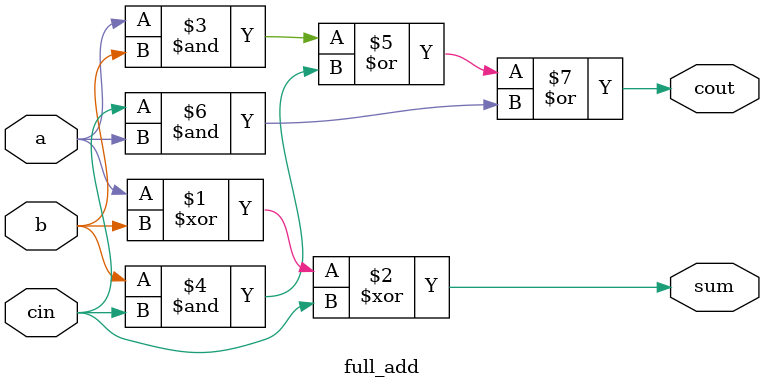
<source format=v>
module par_4bit_add(a,b,cin,sum,cout);
input [3:0] a,b;
input cin;
output [3:0] sum;
output cout;
wire c1,c2,c3;

full_add f0(.a(a[0]),.b(b[0]),.cin(cin),.sum(sum[0]),.cout(c1));
full_add f1(.a(a[1]),.b(b[1]),.cin(c1),.sum(sum[1]),.cout(c2));
full_add f2(.a(a[2]),.b(b[2]),.cin(c2),.sum(sum[2]),.cout(c3));
full_add f3(.a(a[3]),.b(b[3]),.cin(c3),.sum(sum[3]),.cout(cout));

endmodule
module full_add(a,b,cin,sum,cout);
input a,b,cin;
output sum,cout;
assign sum=(a^b^cin);
assign cout=(a&b) | (b&cin) | (cin&a);
endmodule

</source>
